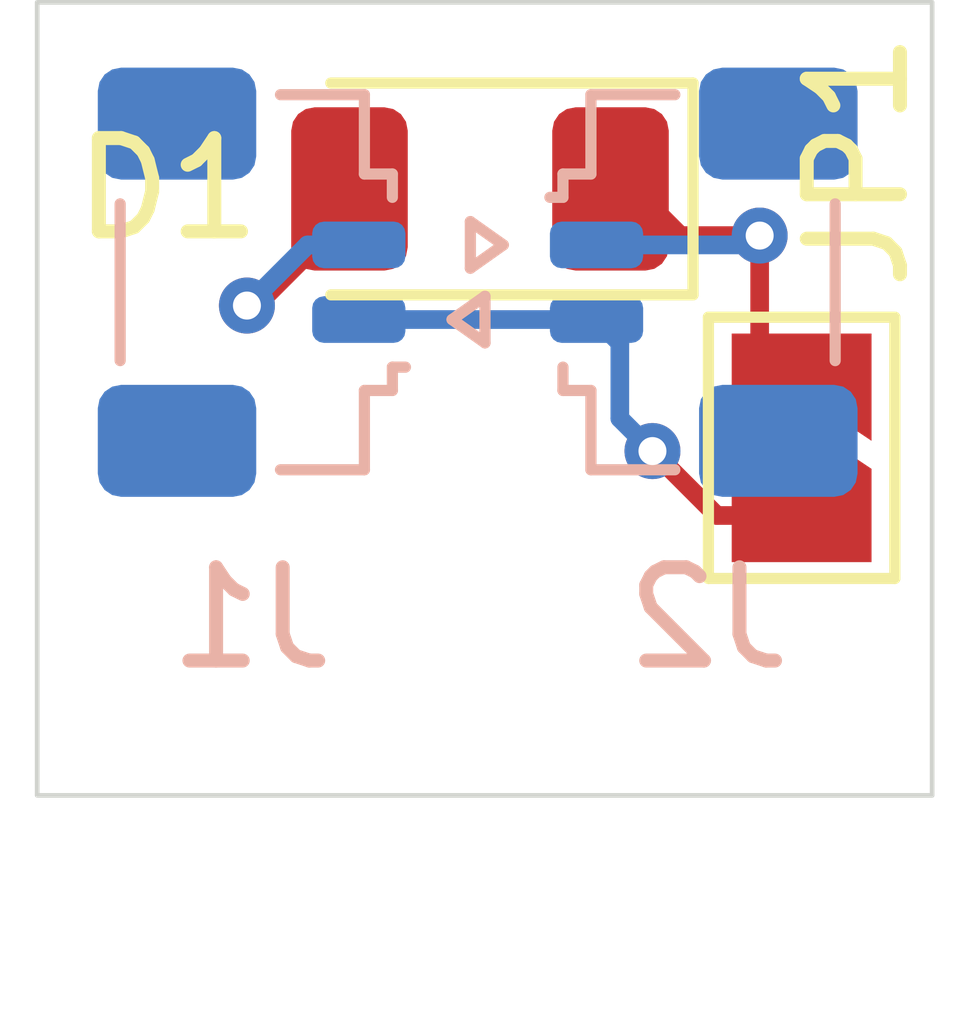
<source format=kicad_pcb>
(kicad_pcb (version 20240108) (generator "pcbnew") (generator_version "8.0")
  (layers (0 "F.Cu" signal) (31 "B.Cu" signal) (34 "B.Paste" user) (35 "F.Paste" user) (36 "B.SilkS" user "B.Silkscreen") (37 "F.SilkS" user "F.Silkscreen") (38 "B.Mask" user) (39 "F.Mask" user) (44 "Edge.Cuts" user))
  (net 0 "")
  (net 1 "Net-(D1-A)")
  (net 2 "Net-(D1-K)")
  (net 7 "Net-(J1-Pin_1)")
  (footprint "LED_SMD:LED_1206_3216Metric" (layer "F.Cu") (at 139.75 100.5 180)
    (property "Reference" "D1" (at 3.35 0 0) (layer "F.SilkS"))
    (property "Value" "XL-3216HIRC-850" (hide yes))
    (fp_line (start 1.6 -1.135) (end -2.285 -1.135) (stroke (width 0.12)) (layer "F.SilkS"))
    (fp_line (start -2.285 1.135) (end 1.6 1.135) (stroke (width 0.12)) (layer "F.SilkS"))
    (fp_line (start -2.285 -1.135) (end -2.285 1.135) (stroke (width 0.12)) (layer "F.SilkS"))
    (pad "1" smd roundrect (at -1.4 0 180) (size 1.25 1.75) (layers "F.Cu" "F.Paste" "F.Mask") (roundrect_rratio 0.2) (net 2 "Net-(D1-K)"))
    (pad "2" smd roundrect (at 1.4 0 180) (size 1.25 1.75) (layers "F.Cu" "F.Paste" "F.Mask") (roundrect_rratio 0.2) (net 1 "Net-(D1-A)"))
  )
  (footprint "Jumper:SolderJumper-2_P1.3mm_Open_TrianglePad1.0x1.5mm" (layer "F.Cu") (at 143.2 103.275 90)
    (property "Reference" "JP1" (at 3.075 0.6 90) (layer "F.SilkS"))
    (property "Value" "SolderJumper_2_Open" (hide yes))
    (fp_line (start 1.4 -1) (end 1.4 1) (stroke (width 0.12)) (layer "F.SilkS"))
    (fp_line (start -1.4 -1) (end 1.4 -1) (stroke (width 0.12)) (layer "F.SilkS"))
    (fp_line (start 1.4 1) (end -1.4 1) (stroke (width 0.12)) (layer "F.SilkS"))
    (fp_line (start -1.4 1) (end -1.4 -1) (stroke (width 0.12)) (layer "F.SilkS"))
    (pad "1" smd custom (at -0.725 0 90) (size 0.3 0.3) (layers "F.Cu" "F.Mask") (net 7 "Net-(J1-Pin_1)") (options (clearance outline) (anchor rect)) (primitives (gr_poly (pts (xy 1 0) (xy 0.5 0.75) (xy -0.5 0.75) (xy -0.5 -0.75) (xy 0.5 -0.75)) (width 0) (fill yes))))
    (pad "2" smd custom (at 0.725 0 90) (size 0.3 0.3) (layers "F.Cu" "F.Mask") (net 2 "Net-(D1-K)") (options (clearance outline) (anchor rect)) (primitives (gr_poly (pts (xy 0.5 0.75) (xy -0.65 0.75) (xy -0.15 0) (xy -0.65 -0.75) (xy 0.5 -0.75)) (width 0) (fill yes))))
  )
  (footprint "MountingHole:MountingHole_2mm" (layer "F.Cu") (at 139.75 105.5)
    (property "Reference" "H1" (hide yes))
    (property "Value" "MountingHole")
    (pad "" np_thru_hole circle (at 0 0) (size 2 2) (drill 2) (layers "*.Cu" "*.Mask"))
  )
  (footprint "Connector_JST:JST_SUR_SM02B-SURS-TF_1x02-1MP_P0.80mm_Horizontal" (layer "B.Cu") (at 142.15 101.5 -90)
    (property "Reference" "J2" (at 3.6 -0.05 180) (layer "B.SilkS") (effects (justify mirror)))
    (property "Value" "SM02B-SURS-TF(LF)(SN)" (hide yes))
    (fp_line (start -0.65 2.503553) (end -0.15 2.503553) (stroke (width 0.12)) (layer "B.SilkS"))
    (fp_line (start -0.15 2.503553) (end -0.4 2.15) (stroke (width 0.12)) (layer "B.SilkS"))
    (fp_line (start -0.4 2.15) (end -0.65 2.503553) (stroke (width 0.12)) (layer "B.SilkS"))
    (fp_line (start -0.91 1.65) (end -0.91 1.51) (stroke (width 0.12)) (layer "B.SilkS"))
    (fp_line (start -1.16 1.51) (end -1.16 1.21) (stroke (width 0.12)) (layer "B.SilkS"))
    (fp_line (start -0.91 1.51) (end -1.16 1.51) (stroke (width 0.12)) (layer "B.SilkS"))
    (fp_line (start 0.91 1.51) (end 1.16 1.51) (stroke (width 0.12)) (layer "B.SilkS"))
    (fp_line (start 1.16 1.51) (end 1.16 1.21) (stroke (width 0.12)) (layer "B.SilkS"))
    (fp_line (start -2.01 1.21) (end -2.01 0.31) (stroke (width 0.12)) (layer "B.SilkS"))
    (fp_line (start -1.16 1.21) (end -2.01 1.21) (stroke (width 0.12)) (layer "B.SilkS"))
    (fp_line (start 1.16 1.21) (end 2.01 1.21) (stroke (width 0.12)) (layer "B.SilkS"))
    (fp_line (start 2.01 1.21) (end 2.01 0.31) (stroke (width 0.12)) (layer "B.SilkS"))
    (fp_line (start 0.84 -1.41) (end -0.84 -1.41) (stroke (width 0.12)) (layer "B.SilkS"))
    (pad "1" smd roundrect (at -0.4 1.15 270) (size 0.5 1) (layers "B.Cu" "B.Paste" "B.Mask") (net 2 "Net-(D1-K)"))
    (pad "2" smd roundrect (at 0.4 1.15 270) (size 0.5 1) (layers "B.Cu" "B.Paste" "B.Mask") (net 7 "Net-(J1-Pin_1)"))
    (pad "MP" smd roundrect (at -1.7 -0.8 270) (size 1.2 1.7) (layers "B.Cu" "B.Paste" "B.Mask") (roundrect_rratio 0.208333))
    (pad "MP" smd roundrect (at 1.7 -0.8 270) (size 1.2 1.7) (layers "B.Cu" "B.Paste" "B.Mask") (roundrect_rratio 0.208333))
  )
  (footprint "Connector_JST:JST_SUR_SM02B-SURS-TF_1x02-1MP_P0.80mm_Horizontal" (layer "B.Cu") (at 137.3 101.5 90)
    (property "Reference" "J1" (at -3.6 0 180) (layer "B.SilkS") (effects (justify mirror)))
    (property "Value" "SM02B-SURS-TF(LF)(SN)" (hide yes))
    (fp_line (start 0.84 -1.41) (end -0.84 -1.41) (stroke (width 0.12)) (layer "B.SilkS"))
    (fp_line (start 2.01 1.21) (end 2.01 0.31) (stroke (width 0.12)) (layer "B.SilkS"))
    (fp_line (start 1.16 1.21) (end 2.01 1.21) (stroke (width 0.12)) (layer "B.SilkS"))
    (fp_line (start -1.16 1.21) (end -2.01 1.21) (stroke (width 0.12)) (layer "B.SilkS"))
    (fp_line (start -2.01 1.21) (end -2.01 0.31) (stroke (width 0.12)) (layer "B.SilkS"))
    (fp_line (start 1.16 1.51) (end 1.16 1.21) (stroke (width 0.12)) (layer "B.SilkS"))
    (fp_line (start 0.91 1.51) (end 1.16 1.51) (stroke (width 0.12)) (layer "B.SilkS"))
    (fp_line (start -0.91 1.51) (end -1.16 1.51) (stroke (width 0.12)) (layer "B.SilkS"))
    (fp_line (start -1.16 1.51) (end -1.16 1.21) (stroke (width 0.12)) (layer "B.SilkS"))
    (fp_line (start -0.91 1.65) (end -0.91 1.51) (stroke (width 0.12)) (layer "B.SilkS"))
    (fp_line (start -0.4 2.15) (end -0.65 2.503553) (stroke (width 0.12)) (layer "B.SilkS"))
    (fp_line (start -0.15 2.503553) (end -0.4 2.15) (stroke (width 0.12)) (layer "B.SilkS"))
    (fp_line (start -0.65 2.503553) (end -0.15 2.503553) (stroke (width 0.12)) (layer "B.SilkS"))
    (pad "1" smd roundrect (at -0.4 1.15 90) (size 0.5 1) (layers "B.Cu" "B.Paste" "B.Mask") (net 7 "Net-(J1-Pin_1)"))
    (pad "2" smd roundrect (at 0.4 1.15 90) (size 0.5 1) (layers "B.Cu" "B.Paste" "B.Mask") (net 1 "Net-(D1-A)"))
    (pad "MP" smd roundrect (at -1.7 -0.8 90) (size 1.2 1.7) (layers "B.Cu" "B.Paste" "B.Mask") (roundrect_rratio 0.208333))
    (pad "MP" smd roundrect (at 1.7 -0.8 90) (size 1.2 1.7) (layers "B.Cu" "B.Paste" "B.Mask") (roundrect_rratio 0.208333))
  )
  (gr_rect (start 135 98.5) (end 144.6 107) (stroke (width 0.05)) (fill none) (layer "Edge.Cuts"))
  (segment (start 137.35 101.75) (end 138.6 100.5) (width 0.2) (layer "F.Cu") (net 1))
  (segment (start 137.25 101.75) (end 137.35 101.75) (width 0.2) (layer "F.Cu") (net 1))
  (via (at 137.25 101.75) (size 0.6) (drill 0.3) (layers "F.Cu" "B.Cu") (net 1))
  (segment (start 137.9 101.1) (end 137.25 101.75) (width 0.2) (layer "B.Cu") (net 1))
  (segment (start 138.45 101.1) (end 137.9 101.1) (width 0.2) (layer "B.Cu") (net 1))
  (segment (start 142.75 101) (end 141.9 101) (width 0.2) (layer "F.Cu") (net 2))
  (segment (start 142.75 102.1) (end 143.2 102.55) (width 0.2) (layer "F.Cu") (net 2))
  (segment (start 141.9 101) (end 141.4 100.5) (width 0.2) (layer "F.Cu") (net 2))
  (segment (start 142.75 101) (end 142.75 102.1) (width 0.2) (layer "F.Cu") (net 2))
  (via (at 142.75 101) (size 0.6) (drill 0.3) (layers "F.Cu" "B.Cu") (net 2))
  (segment (start 141 101.1) (end 142.65 101.1) (width 0.2) (layer "B.Cu") (net 2))
  (segment (start 142.65 101.1) (end 142.75 101) (width 0.2) (layer "B.Cu") (net 2))
  (segment (start 141.6 103.309453) (end 142.290547 104) (width 0.2) (layer "F.Cu") (net 7))
  (segment (start 142.290547 104) (end 143.2 104) (width 0.2) (layer "F.Cu") (net 7))
  (via (at 141.6 103.309453) (size 0.6) (drill 0.3) (layers "F.Cu" "B.Cu") (net 7))
  (segment (start 141.6 103.309453) (end 141.25 102.959453) (width 0.2) (layer "B.Cu") (net 7))
  (segment (start 138.45 101.9) (end 141 101.9) (width 0.2) (layer "B.Cu") (net 7))
  (segment (start 141.25 102.15) (end 141 101.9) (width 0.2) (layer "B.Cu") (net 7))
  (segment (start 141.25 102.959453) (end 141.25 102.15) (width 0.2) (layer "B.Cu") (net 7))
)
</source>
